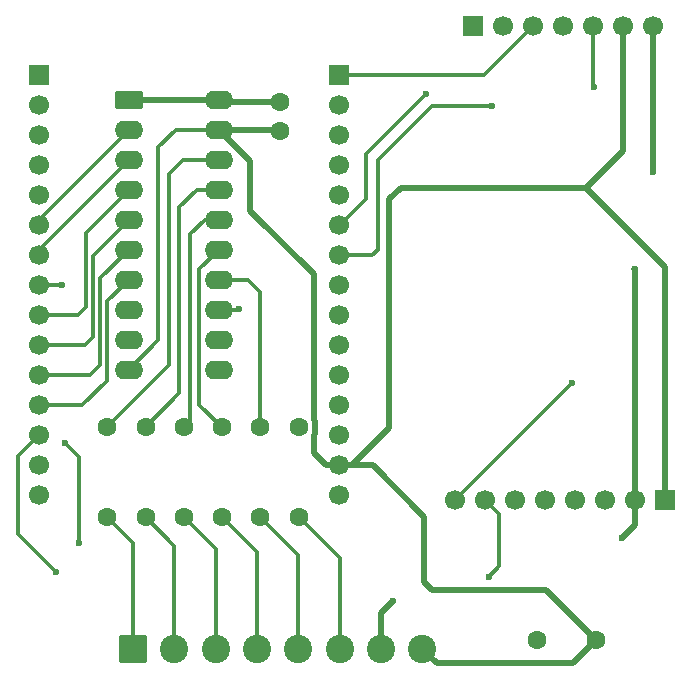
<source format=gtl>
%TF.GenerationSoftware,KiCad,Pcbnew,9.0.5*%
%TF.CreationDate,2025-12-28T14:17:38+02:00*%
%TF.ProjectId,base-schematic-02,62617365-2d73-4636-9865-6d617469632d,rev?*%
%TF.SameCoordinates,Original*%
%TF.FileFunction,Copper,L1,Top*%
%TF.FilePolarity,Positive*%
%FSLAX46Y46*%
G04 Gerber Fmt 4.6, Leading zero omitted, Abs format (unit mm)*
G04 Created by KiCad (PCBNEW 9.0.5) date 2025-12-28 14:17:38*
%MOMM*%
%LPD*%
G01*
G04 APERTURE LIST*
G04 Aperture macros list*
%AMRoundRect*
0 Rectangle with rounded corners*
0 $1 Rounding radius*
0 $2 $3 $4 $5 $6 $7 $8 $9 X,Y pos of 4 corners*
0 Add a 4 corners polygon primitive as box body*
4,1,4,$2,$3,$4,$5,$6,$7,$8,$9,$2,$3,0*
0 Add four circle primitives for the rounded corners*
1,1,$1+$1,$2,$3*
1,1,$1+$1,$4,$5*
1,1,$1+$1,$6,$7*
1,1,$1+$1,$8,$9*
0 Add four rect primitives between the rounded corners*
20,1,$1+$1,$2,$3,$4,$5,0*
20,1,$1+$1,$4,$5,$6,$7,0*
20,1,$1+$1,$6,$7,$8,$9,0*
20,1,$1+$1,$8,$9,$2,$3,0*%
G04 Aperture macros list end*
%TA.AperFunction,ComponentPad*%
%ADD10C,1.600000*%
%TD*%
%TA.AperFunction,ComponentPad*%
%ADD11C,2.400000*%
%TD*%
%TA.AperFunction,ComponentPad*%
%ADD12RoundRect,0.250001X-0.949999X-0.949999X0.949999X-0.949999X0.949999X0.949999X-0.949999X0.949999X0*%
%TD*%
%TA.AperFunction,ComponentPad*%
%ADD13R,1.700000X1.700000*%
%TD*%
%TA.AperFunction,ComponentPad*%
%ADD14C,1.700000*%
%TD*%
%TA.AperFunction,ComponentPad*%
%ADD15RoundRect,0.250000X-0.950000X-0.550000X0.950000X-0.550000X0.950000X0.550000X-0.950000X0.550000X0*%
%TD*%
%TA.AperFunction,ComponentPad*%
%ADD16O,2.400000X1.600000*%
%TD*%
%TA.AperFunction,ViaPad*%
%ADD17C,0.600000*%
%TD*%
%TA.AperFunction,Conductor*%
%ADD18C,0.500000*%
%TD*%
%TA.AperFunction,Conductor*%
%ADD19C,0.300000*%
%TD*%
G04 APERTURE END LIST*
D10*
%TO.P,C2,1*%
%TO.N,VIN*%
X96160000Y-107270000D03*
%TO.P,C2,2*%
%TO.N,GND*%
X101160000Y-107270000D03*
%TD*%
D11*
%TO.P,J4,8,Pin_8*%
%TO.N,GND*%
X86500000Y-108000000D03*
%TO.P,J4,7,Pin_7*%
%TO.N,VIN*%
X83000000Y-108000000D03*
%TO.P,J4,6,Pin_6*%
%TO.N,Net-(J4-Pin_6)*%
X79500000Y-108000000D03*
%TO.P,J4,5,Pin_5*%
%TO.N,Net-(J4-Pin_5)*%
X76000000Y-108000000D03*
%TO.P,J4,4,Pin_4*%
%TO.N,Net-(J4-Pin_4)*%
X72500000Y-108000000D03*
%TO.P,J4,3,Pin_3*%
%TO.N,Net-(J4-Pin_3)*%
X69000000Y-108000000D03*
%TO.P,J4,2,Pin_2*%
%TO.N,Net-(J4-Pin_2)*%
X65500000Y-108000000D03*
D12*
%TO.P,J4,1,Pin_1*%
%TO.N,Net-(J4-Pin_1)*%
X62000000Y-108000000D03*
%TD*%
D10*
%TO.P,C1,1*%
%TO.N,VIN*%
X74440000Y-61710000D03*
%TO.P,C1,2*%
%TO.N,GND*%
X74440000Y-64210000D03*
%TD*%
D13*
%TO.P,J2,1,Pin_1*%
%TO.N,D23*%
X79400000Y-59460000D03*
D14*
%TO.P,J2,2,Pin_2*%
%TO.N,D22*%
X79400000Y-62000000D03*
%TO.P,J2,3,Pin_3*%
%TO.N,unconnected-(J2-Pin_3-Pad3)*%
X79400000Y-64540000D03*
%TO.P,J2,4,Pin_4*%
%TO.N,unconnected-(J2-Pin_4-Pad4)*%
X79400000Y-67080000D03*
%TO.P,J2,5,Pin_5*%
%TO.N,D21*%
X79400000Y-69620000D03*
%TO.P,J2,6,Pin_6*%
%TO.N,D19*%
X79400000Y-72160000D03*
%TO.P,J2,7,Pin_7*%
%TO.N,D18*%
X79400000Y-74700000D03*
%TO.P,J2,8,Pin_8*%
%TO.N,unconnected-(J2-Pin_8-Pad8)*%
X79400000Y-77240000D03*
%TO.P,J2,9,Pin_9*%
%TO.N,unconnected-(J2-Pin_9-Pad9)*%
X79400000Y-79780000D03*
%TO.P,J2,10,Pin_10*%
%TO.N,unconnected-(J2-Pin_10-Pad10)*%
X79400000Y-82320000D03*
%TO.P,J2,11,Pin_11*%
%TO.N,unconnected-(J2-Pin_11-Pad11)*%
X79400000Y-84860000D03*
%TO.P,J2,12,Pin_12*%
%TO.N,unconnected-(J2-Pin_12-Pad12)*%
X79400000Y-87400000D03*
%TO.P,J2,13,Pin_13*%
%TO.N,unconnected-(J2-Pin_13-Pad13)*%
X79400000Y-89940000D03*
%TO.P,J2,14,Pin_14*%
%TO.N,GND*%
X79400000Y-92480000D03*
%TO.P,J2,15,Pin_15*%
%TO.N,3V3*%
X79400000Y-95020000D03*
%TD*%
D13*
%TO.P,J1,1,Pin_1*%
%TO.N,unconnected-(J1-Pin_1-Pad1)*%
X54000000Y-59460000D03*
D14*
%TO.P,J1,2,Pin_2*%
%TO.N,unconnected-(J1-Pin_2-Pad2)*%
X54000000Y-62000000D03*
%TO.P,J1,3,Pin_3*%
%TO.N,unconnected-(J1-Pin_3-Pad3)*%
X54000000Y-64540000D03*
%TO.P,J1,4,Pin_4*%
%TO.N,unconnected-(J1-Pin_4-Pad4)*%
X54000000Y-67080000D03*
%TO.P,J1,5,Pin_5*%
%TO.N,unconnected-(J1-Pin_5-Pad5)*%
X54000000Y-69620000D03*
%TO.P,J1,6,Pin_6*%
%TO.N,D32*%
X54000000Y-72160000D03*
%TO.P,J1,7,Pin_7*%
%TO.N,D33*%
X54000000Y-74700000D03*
%TO.P,J1,8,Pin_8*%
%TO.N,D25*%
X54000000Y-77240000D03*
%TO.P,J1,9,Pin_9*%
%TO.N,D26*%
X54000000Y-79780000D03*
%TO.P,J1,10,Pin_10*%
%TO.N,D27*%
X54000000Y-82320000D03*
%TO.P,J1,11,Pin_11*%
%TO.N,D14*%
X54000000Y-84860000D03*
%TO.P,J1,12,Pin_12*%
%TO.N,D12*%
X54000000Y-87400000D03*
%TO.P,J1,13,Pin_13*%
%TO.N,D13*%
X54000000Y-89940000D03*
%TO.P,J1,14,Pin_14*%
%TO.N,unconnected-(J1-Pin_14-Pad14)*%
X54000000Y-92480000D03*
%TO.P,J1,15,Pin_15*%
%TO.N,VIN*%
X54000000Y-95020000D03*
%TD*%
D10*
%TO.P,R2,1*%
%TO.N,Net-(U1-B1)*%
X63053000Y-89255000D03*
%TO.P,R2,2*%
%TO.N,Net-(J4-Pin_2)*%
X63053000Y-96875000D03*
%TD*%
%TO.P,R1,1*%
%TO.N,Net-(U1-B0)*%
X59810000Y-89255000D03*
%TO.P,R1,2*%
%TO.N,Net-(J4-Pin_1)*%
X59810000Y-96875000D03*
%TD*%
D13*
%TO.P,J3-DAC1,1,Pin_1*%
%TO.N,D19*%
X90750000Y-55325000D03*
D14*
%TO.P,J3-DAC1,2,Pin_2*%
%TO.N,D18*%
X93290000Y-55325000D03*
%TO.P,J3-DAC1,3,Pin_3*%
%TO.N,D23*%
X95830000Y-55325000D03*
%TO.P,J3-DAC1,4,Pin_4*%
%TO.N,D25*%
X98370000Y-55325000D03*
%TO.P,J3-DAC1,5,Pin_5*%
%TO.N,D21*%
X100910000Y-55325000D03*
%TO.P,J3-DAC1,6,Pin_6*%
%TO.N,GND*%
X103450000Y-55325000D03*
%TO.P,J3-DAC1,7,Pin_7*%
%TO.N,3V3*%
X105990000Y-55325000D03*
%TD*%
D10*
%TO.P,R4,1*%
%TO.N,Net-(U1-B3)*%
X69539000Y-89255000D03*
%TO.P,R4,2*%
%TO.N,Net-(J4-Pin_4)*%
X69539000Y-96875000D03*
%TD*%
%TO.P,R6,1*%
%TO.N,Net-(U1-B5)*%
X76025000Y-89255000D03*
%TO.P,R6,2*%
%TO.N,Net-(J4-Pin_6)*%
X76025000Y-96875000D03*
%TD*%
%TO.P,R5,1*%
%TO.N,Net-(U1-B4)*%
X72782000Y-89255000D03*
%TO.P,R5,2*%
%TO.N,Net-(J4-Pin_5)*%
X72782000Y-96875000D03*
%TD*%
%TO.P,R3,1*%
%TO.N,Net-(U1-B2)*%
X66296000Y-89255000D03*
%TO.P,R3,2*%
%TO.N,Net-(J4-Pin_3)*%
X66296000Y-96875000D03*
%TD*%
D15*
%TO.P,U1,1,A->B*%
%TO.N,VIN*%
X61650000Y-61510000D03*
D16*
%TO.P,U1,2,A0*%
%TO.N,D32*%
X61650000Y-64050000D03*
%TO.P,U1,3,A1*%
%TO.N,D33*%
X61650000Y-66590000D03*
%TO.P,U1,4,A2*%
%TO.N,D26*%
X61650000Y-69130000D03*
%TO.P,U1,5,A3*%
%TO.N,D27*%
X61650000Y-71670000D03*
%TO.P,U1,6,A4*%
%TO.N,D14*%
X61650000Y-74210000D03*
%TO.P,U1,7,A5*%
%TO.N,D12*%
X61650000Y-76750000D03*
%TO.P,U1,8,A6*%
%TO.N,unconnected-(U1-A6-Pad8)*%
X61650000Y-79290000D03*
%TO.P,U1,9,A7*%
%TO.N,unconnected-(U1-A7-Pad9)*%
X61650000Y-81830000D03*
%TO.P,U1,10,GND*%
%TO.N,GND*%
X61650000Y-84370000D03*
%TO.P,U1,11,B7*%
%TO.N,unconnected-(U1-B7-Pad11)*%
X69270000Y-84370000D03*
%TO.P,U1,12,B6*%
%TO.N,unconnected-(U1-B6-Pad12)*%
X69270000Y-81830000D03*
%TO.P,U1,13,B5*%
%TO.N,Net-(U1-B5)*%
X69270000Y-79290000D03*
%TO.P,U1,14,B4*%
%TO.N,Net-(U1-B4)*%
X69270000Y-76750000D03*
%TO.P,U1,15,B3*%
%TO.N,Net-(U1-B3)*%
X69270000Y-74210000D03*
%TO.P,U1,16,B2*%
%TO.N,Net-(U1-B2)*%
X69270000Y-71670000D03*
%TO.P,U1,17,B1*%
%TO.N,Net-(U1-B1)*%
X69270000Y-69130000D03*
%TO.P,U1,18,B0*%
%TO.N,Net-(U1-B0)*%
X69270000Y-66590000D03*
%TO.P,U1,19,CE*%
%TO.N,GND*%
X69270000Y-64050000D03*
%TO.P,U1,20,VCC*%
%TO.N,VIN*%
X69270000Y-61510000D03*
%TD*%
D13*
%TO.P,J4-IMU1,1,Pin_1*%
%TO.N,GND*%
X107009138Y-95394959D03*
D14*
%TO.P,J4-IMU1,2,Pin_2*%
%TO.N,3V3*%
X104469138Y-95394959D03*
%TO.P,J4-IMU1,3,Pin_3*%
%TO.N,unconnected-(J4-IMU1-Pin_3-Pad3)*%
X101929138Y-95394959D03*
%TO.P,J4-IMU1,4,Pin_4*%
%TO.N,unconnected-(J4-IMU1-Pin_4-Pad4)*%
X99389138Y-95394959D03*
%TO.P,J4-IMU1,5,Pin_5*%
%TO.N,unconnected-(J4-IMU1-Pin_5-Pad5)*%
X96849138Y-95394959D03*
%TO.P,J4-IMU1,6,Pin_6*%
%TO.N,unconnected-(J4-IMU1-Pin_6-Pad6)*%
X94309138Y-95394959D03*
%TO.P,J4-IMU1,7,Pin_7*%
%TO.N,D13*%
X91769138Y-95394959D03*
%TO.P,J4-IMU1,8,Pin_8*%
%TO.N,D22*%
X89229138Y-95394959D03*
%TD*%
D17*
%TO.N,D13*%
X55500000Y-101500000D03*
X92101041Y-101898959D03*
%TO.N,VIN*%
X84000000Y-104000000D03*
%TO.N,D25*%
X55950000Y-77225000D03*
X56225000Y-90550000D03*
X57450000Y-99050000D03*
%TO.N,D21*%
X101025000Y-60450000D03*
%TO.N,D22*%
X99175000Y-85500000D03*
%TO.N,3V3*%
X105990000Y-67685000D03*
X103375000Y-98625000D03*
X104469138Y-75894138D03*
%TO.N,D18*%
X92425000Y-62050000D03*
%TO.N,D19*%
X86825000Y-61075000D03*
%TO.N,Net-(U1-B5)*%
X70925000Y-79275000D03*
%TD*%
D18*
%TO.N,GND*%
X87330000Y-103050000D02*
X96940000Y-103050000D01*
X86620000Y-102340000D02*
X87330000Y-103050000D01*
X86620000Y-96820000D02*
X86620000Y-102340000D01*
X80520000Y-92480000D02*
X82280000Y-92480000D01*
X82280000Y-92480000D02*
X86620000Y-96820000D01*
X96940000Y-103050000D02*
X101160000Y-107270000D01*
X99230000Y-109200000D02*
X101160000Y-107270000D01*
X87700000Y-109200000D02*
X99230000Y-109200000D01*
D19*
X74280000Y-64050000D02*
X74440000Y-64210000D01*
D18*
X69270000Y-64050000D02*
X74280000Y-64050000D01*
D19*
%TO.N,VIN*%
X69470000Y-61710000D02*
X69270000Y-61510000D01*
D18*
X74440000Y-61710000D02*
X69470000Y-61710000D01*
%TO.N,GND*%
X71940000Y-66720000D02*
X69270000Y-64050000D01*
X71940000Y-70940000D02*
X71940000Y-66720000D01*
X77376000Y-89814603D02*
X77376000Y-88695397D01*
X77310000Y-89880603D02*
X77376000Y-89814603D01*
X77310000Y-88629397D02*
X77310000Y-76310000D01*
X77310000Y-91435000D02*
X77310000Y-89880603D01*
X78355000Y-92480000D02*
X77310000Y-91435000D01*
X77310000Y-76310000D02*
X71940000Y-70940000D01*
X79400000Y-92480000D02*
X78355000Y-92480000D01*
X77376000Y-88695397D02*
X77310000Y-88629397D01*
D19*
%TO.N,D13*%
X93000000Y-96625821D02*
X91769138Y-95394959D01*
X93000000Y-101000000D02*
X93000000Y-96625821D01*
X92101041Y-101898959D02*
X93000000Y-101000000D01*
D18*
%TO.N,VIN*%
X83000000Y-105000000D02*
X84000000Y-104000000D01*
X83000000Y-108000000D02*
X83000000Y-105000000D01*
%TO.N,GND*%
X87700000Y-109200000D02*
X86500000Y-108000000D01*
D19*
%TO.N,Net-(J4-Pin_1)*%
X62000000Y-99065000D02*
X59810000Y-96875000D01*
X62000000Y-108000000D02*
X62000000Y-99065000D01*
%TO.N,Net-(J4-Pin_2)*%
X65500000Y-99322000D02*
X63053000Y-96875000D01*
X65500000Y-108000000D02*
X65500000Y-99322000D01*
%TO.N,Net-(J4-Pin_3)*%
X69000000Y-99579000D02*
X66296000Y-96875000D01*
X69000000Y-108000000D02*
X69000000Y-99579000D01*
%TO.N,Net-(J4-Pin_4)*%
X72500000Y-99836000D02*
X69539000Y-96875000D01*
X72500000Y-108000000D02*
X72500000Y-99836000D01*
%TO.N,Net-(J4-Pin_5)*%
X76000000Y-100093000D02*
X72782000Y-96875000D01*
X76000000Y-108000000D02*
X76000000Y-100093000D01*
%TO.N,Net-(J4-Pin_6)*%
X79500000Y-100350000D02*
X76025000Y-96875000D01*
X79500000Y-108000000D02*
X79500000Y-100350000D01*
%TO.N,GND*%
X65625000Y-64050000D02*
X69270000Y-64050000D01*
D18*
X103450000Y-65875000D02*
X100325000Y-69000000D01*
D19*
X64150000Y-65525000D02*
X65625000Y-64050000D01*
D18*
X103450000Y-55325000D02*
X103450000Y-65875000D01*
X83700000Y-89300000D02*
X80520000Y-92480000D01*
D19*
X64150000Y-81870000D02*
X64150000Y-65525000D01*
D18*
X80520000Y-92480000D02*
X79400000Y-92480000D01*
X107009138Y-95394959D02*
X107009138Y-75684138D01*
D19*
X61650000Y-84370000D02*
X64150000Y-81870000D01*
D18*
X100325000Y-69000000D02*
X88500000Y-69000000D01*
X107009138Y-75684138D02*
X100325000Y-69000000D01*
X83700000Y-69950000D02*
X83700000Y-89300000D01*
X88500000Y-69000000D02*
X84650000Y-69000000D01*
X84650000Y-69000000D02*
X83700000Y-69950000D01*
D19*
%TO.N,D12*%
X54000000Y-87400000D02*
X57700000Y-87400000D01*
X59800000Y-78600000D02*
X61650000Y-76750000D01*
X57700000Y-87400000D02*
X59800000Y-85300000D01*
X59800000Y-85300000D02*
X59800000Y-78600000D01*
%TO.N,D33*%
X54000000Y-74240000D02*
X61650000Y-66590000D01*
X54000000Y-74700000D02*
X54000000Y-74240000D01*
%TO.N,D26*%
X57998000Y-72782000D02*
X61650000Y-69130000D01*
X54000000Y-79780000D02*
X57293000Y-79780000D01*
X57293000Y-79780000D02*
X57998000Y-79075000D01*
X57998000Y-79075000D02*
X57998000Y-72782000D01*
%TO.N,D32*%
X54000000Y-72160000D02*
X54000000Y-71700000D01*
X54000000Y-71700000D02*
X61650000Y-64050000D01*
%TO.N,D27*%
X58599000Y-74721000D02*
X61650000Y-71670000D01*
X54000000Y-82320000D02*
X57929000Y-82320000D01*
X58599000Y-81650000D02*
X58599000Y-74721000D01*
X57929000Y-82320000D02*
X58599000Y-81650000D01*
%TO.N,D14*%
X59200000Y-76660000D02*
X61650000Y-74210000D01*
X59200000Y-84000000D02*
X59200000Y-76660000D01*
X58340000Y-84860000D02*
X59200000Y-84000000D01*
X54000000Y-84860000D02*
X58340000Y-84860000D01*
%TO.N,D25*%
X57450000Y-91775000D02*
X57450000Y-99050000D01*
X56225000Y-90550000D02*
X57450000Y-91775000D01*
X55935000Y-77240000D02*
X55950000Y-77225000D01*
X54000000Y-77240000D02*
X55935000Y-77240000D01*
D18*
%TO.N,VIN*%
X61650000Y-61510000D02*
X69270000Y-61510000D01*
D19*
X54200000Y-95220000D02*
X54000000Y-95020000D01*
%TO.N,D21*%
X100910000Y-55325000D02*
X100910000Y-60335000D01*
X100910000Y-60335000D02*
X101025000Y-60450000D01*
%TO.N,D23*%
X95830000Y-55325000D02*
X91695000Y-59460000D01*
X91695000Y-59460000D02*
X79400000Y-59460000D01*
%TO.N,D22*%
X89280041Y-95394959D02*
X99175000Y-85500000D01*
X89229138Y-95394959D02*
X89280041Y-95394959D01*
D18*
%TO.N,3V3*%
X104469138Y-97530862D02*
X103375000Y-98625000D01*
X104469138Y-75894138D02*
X104450000Y-75875000D01*
D19*
X105990000Y-67685000D02*
X105925000Y-67750000D01*
D18*
X104469138Y-95394959D02*
X104469138Y-75894138D01*
X104469138Y-95394959D02*
X104469138Y-97530862D01*
X105990000Y-55325000D02*
X105990000Y-67685000D01*
D19*
X105990000Y-55325000D02*
X105975000Y-55340000D01*
%TO.N,D18*%
X92425000Y-62050000D02*
X87265108Y-62050000D01*
X82700000Y-74225000D02*
X82225000Y-74700000D01*
X82700000Y-66615108D02*
X82700000Y-74225000D01*
X87265108Y-62050000D02*
X82700000Y-66615108D01*
X82225000Y-74700000D02*
X79400000Y-74700000D01*
%TO.N,D19*%
X81750000Y-69900000D02*
X81750000Y-66150000D01*
X81750000Y-66150000D02*
X86825000Y-61075000D01*
X79490000Y-72160000D02*
X81750000Y-69900000D01*
X79400000Y-72160000D02*
X79490000Y-72160000D01*
%TO.N,Net-(U1-B0)*%
X65075000Y-67775000D02*
X65075000Y-83990000D01*
X66260000Y-66590000D02*
X65075000Y-67775000D01*
X69270000Y-66590000D02*
X66260000Y-66590000D01*
X65075000Y-83990000D02*
X59810000Y-89255000D01*
%TO.N,Net-(U1-B1)*%
X67445000Y-69130000D02*
X65925000Y-70650000D01*
X65925000Y-70650000D02*
X65925000Y-86383000D01*
X65925000Y-86383000D02*
X63053000Y-89255000D01*
X69270000Y-69130000D02*
X67445000Y-69130000D01*
%TO.N,Net-(U1-B2)*%
X66825000Y-72900000D02*
X66825000Y-88726000D01*
X66825000Y-88726000D02*
X66296000Y-89255000D01*
X68055000Y-71670000D02*
X66825000Y-72900000D01*
X69270000Y-71670000D02*
X68055000Y-71670000D01*
%TO.N,Net-(U1-B3)*%
X67619000Y-87335000D02*
X69539000Y-89255000D01*
X69270000Y-74210000D02*
X67619000Y-75861000D01*
X67619000Y-75861000D02*
X67619000Y-87335000D01*
%TO.N,Net-(U1-B4)*%
X72782000Y-77832000D02*
X71700000Y-76750000D01*
X72782000Y-89255000D02*
X72782000Y-77832000D01*
X71700000Y-76750000D02*
X69270000Y-76750000D01*
%TO.N,Net-(U1-B5)*%
X70910000Y-79290000D02*
X70925000Y-79275000D01*
X69270000Y-79290000D02*
X70910000Y-79290000D01*
%TO.N,D13*%
X52275000Y-91665000D02*
X54000000Y-89940000D01*
X52275000Y-98275000D02*
X52275000Y-91665000D01*
X55500000Y-101500000D02*
X52275000Y-98275000D01*
%TD*%
M02*

</source>
